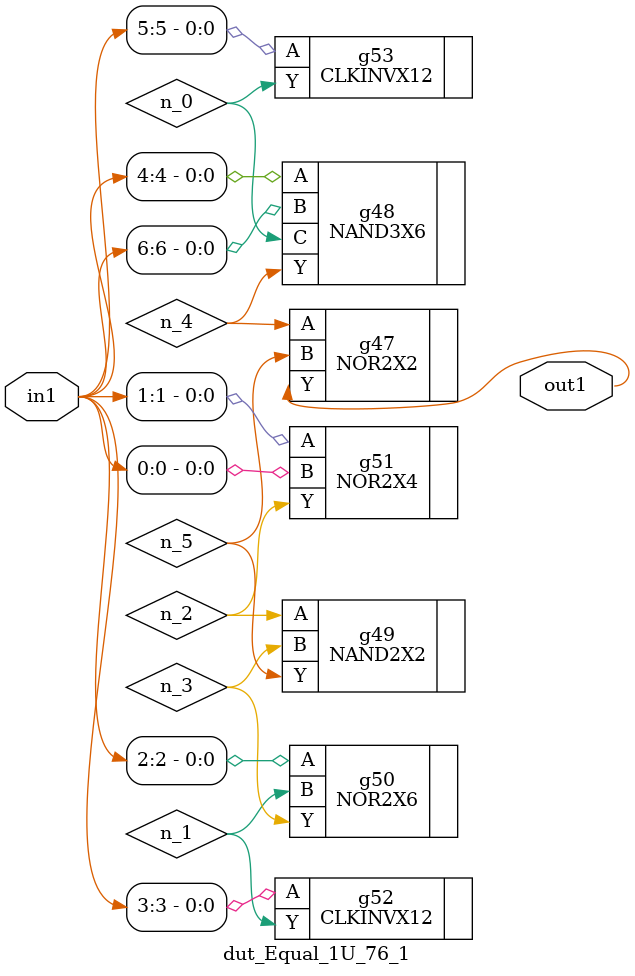
<source format=v>
`timescale 1ps / 1ps


module dut_Equal_1U_76_1(in1, out1);
  input [6:0] in1;
  output out1;
  wire [6:0] in1;
  wire out1;
  wire n_0, n_1, n_2, n_3, n_4, n_5;
  NOR2X2 g47(.A (n_4), .B (n_5), .Y (out1));
  NAND2X2 g49(.A (n_2), .B (n_3), .Y (n_5));
  NAND3X6 g48(.A (in1[4]), .B (in1[6]), .C (n_0), .Y (n_4));
  NOR2X6 g50(.A (in1[2]), .B (n_1), .Y (n_3));
  NOR2X4 g51(.A (in1[1]), .B (in1[0]), .Y (n_2));
  CLKINVX12 g52(.A (in1[3]), .Y (n_1));
  CLKINVX12 g53(.A (in1[5]), .Y (n_0));
endmodule



</source>
